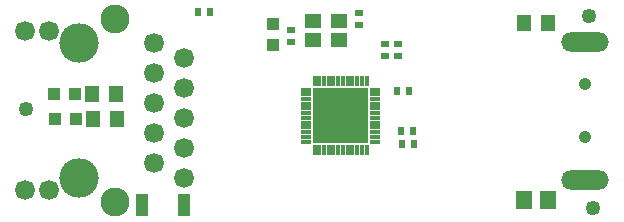
<source format=gbr>
G04 #@! TF.GenerationSoftware,KiCad,Pcbnew,5.99.0-unknown-efbc802~86~ubuntu18.04.1*
G04 #@! TF.CreationDate,2019-09-12T13:39:23+03:00*
G04 #@! TF.ProjectId,USB-GIGABIT_Rev_C,5553422d-4749-4474-9142-49545f526576,rev?*
G04 #@! TF.SameCoordinates,Original*
G04 #@! TF.FileFunction,Soldermask,Top*
G04 #@! TF.FilePolarity,Negative*
%FSLAX46Y46*%
G04 Gerber Fmt 4.6, Leading zero omitted, Abs format (unit mm)*
G04 Created by KiCad (PCBNEW 5.99.0-unknown-efbc802~86~ubuntu18.04.1) date 2019-09-12 13:39:23*
%MOMM*%
%LPD*%
G04 APERTURE LIST*
%ADD10O,4.040000X1.640000*%
%ADD11C,1.040000*%
%ADD12R,2.431600X2.431600*%
%ADD13R,0.301600X0.901600*%
%ADD14R,0.901600X0.301600*%
%ADD15R,0.601600X0.651600*%
%ADD16C,1.254000*%
%ADD17R,1.151600X1.371600*%
%ADD18R,0.651600X0.601600*%
%ADD19R,1.117600X1.879600*%
%ADD20C,3.340000*%
%ADD21C,2.440000*%
%ADD22C,1.690000*%
%ADD23R,1.371600X1.625600*%
%ADD24R,1.117600X1.117600*%
%ADD25R,1.440000X1.240000*%
G04 APERTURE END LIST*
D10*
X104200000Y-64150000D03*
X104200000Y-75850000D03*
D11*
X104200000Y-67750000D03*
X104200000Y-72250000D03*
D12*
X82335000Y-71570500D03*
X82335000Y-69240500D03*
X84665000Y-69240500D03*
X84665000Y-71570500D03*
D13*
X81300000Y-67485500D03*
X81700000Y-67485500D03*
X82100000Y-67485500D03*
X82500000Y-67485500D03*
X82900000Y-67485500D03*
X83300000Y-67485500D03*
X83700000Y-67485500D03*
X84100000Y-67485500D03*
X84500000Y-67485500D03*
X84900000Y-67485500D03*
X85300000Y-67485500D03*
X85700000Y-67485500D03*
D14*
X86420000Y-68205500D03*
X86420000Y-68605500D03*
X86420000Y-69005500D03*
X86420000Y-69405500D03*
X86420000Y-69805500D03*
X86420000Y-70205500D03*
X86420000Y-70605500D03*
X86420000Y-71005500D03*
X86420000Y-71405500D03*
X86420000Y-71805500D03*
X86420000Y-72205500D03*
X86420000Y-72605500D03*
D13*
X85700000Y-73325500D03*
X85300000Y-73325500D03*
X84900000Y-73325500D03*
X84500000Y-73325500D03*
X84100000Y-73325500D03*
X83700000Y-73325500D03*
X83300000Y-73325500D03*
X82900000Y-73325500D03*
X82500000Y-73325500D03*
X82100000Y-73325500D03*
X81700000Y-73325500D03*
X81300000Y-73325500D03*
D14*
X80580000Y-72605500D03*
X80580000Y-72205500D03*
X80580000Y-71805500D03*
X80580000Y-71405500D03*
X80580000Y-71005500D03*
X80580000Y-70605500D03*
X80580000Y-70205500D03*
X80580000Y-69805500D03*
X80580000Y-69405500D03*
X80580000Y-69005500D03*
X80580000Y-68605500D03*
X80580000Y-68205500D03*
D15*
X89331800Y-68338700D03*
X88315800Y-68338700D03*
X88642000Y-71750000D03*
X89658000Y-71750000D03*
D16*
X56850000Y-69850000D03*
X104850000Y-78200000D03*
X104500000Y-62000000D03*
D17*
X62484000Y-68541900D03*
X64516000Y-68541900D03*
X62509400Y-70675500D03*
X64541400Y-70675500D03*
X98996500Y-62547500D03*
X101028500Y-62547500D03*
D15*
X72461500Y-61642500D03*
X71445500Y-61642500D03*
D18*
X85098000Y-62722000D03*
X85098000Y-61706000D03*
X79319500Y-63166500D03*
X79319500Y-64182500D03*
D19*
X70278000Y-78000000D03*
X66722000Y-78000000D03*
D15*
X89695400Y-72800000D03*
X88679400Y-72800000D03*
D20*
X61341500Y-75715000D03*
X61341500Y-64285000D03*
D21*
X64389500Y-77747000D03*
X64389500Y-62253000D03*
D22*
X56769500Y-76731000D03*
X58801500Y-76731000D03*
X56769500Y-63269000D03*
X58801500Y-63269000D03*
X70231500Y-75715000D03*
X67691500Y-74445000D03*
X70231500Y-73175000D03*
X67691500Y-71905000D03*
X70231500Y-70635000D03*
X67691500Y-69365000D03*
X70231500Y-68095000D03*
X67691500Y-66825000D03*
X70231500Y-65555000D03*
X67691500Y-64285000D03*
D23*
X98996500Y-77533500D03*
X101028500Y-77533500D03*
D24*
X77795500Y-62658500D03*
X77795500Y-64436500D03*
D18*
X88350000Y-65358000D03*
X88350000Y-64342000D03*
X87249000Y-65358000D03*
X87249000Y-64342000D03*
D24*
X61074300Y-70688200D03*
X59296300Y-70688200D03*
X60985400Y-68541900D03*
X59207400Y-68541900D03*
D25*
X81132500Y-62369800D03*
X83332500Y-63969800D03*
X83332500Y-62369800D03*
X81132500Y-63969800D03*
M02*

</source>
